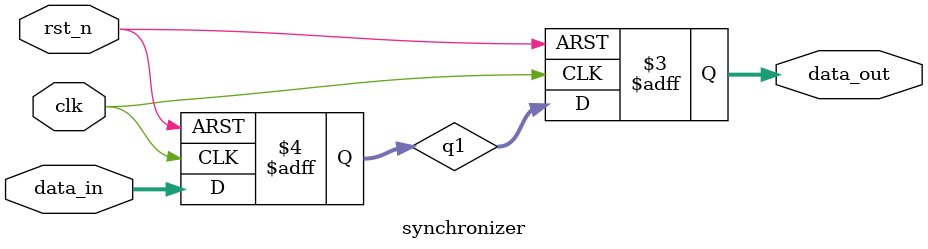
<source format=v>
module synchronizer #(parameter WIDTH = 4) (
  input clk,
  input rst_n,
  input [WIDTH-1:0] data_in,
  output reg [WIDTH-1:0] data_out
);

 reg [WIDTH-1:0] q1;
 always@(posedge clk or negedge rst_n) begin
  if(!rst_n) begin
    q1 <= 0;
    data_out <= 0;
  end
  else begin
    q1 <= data_in;
    data_out <= q1;
  end
end

endmodule

</source>
